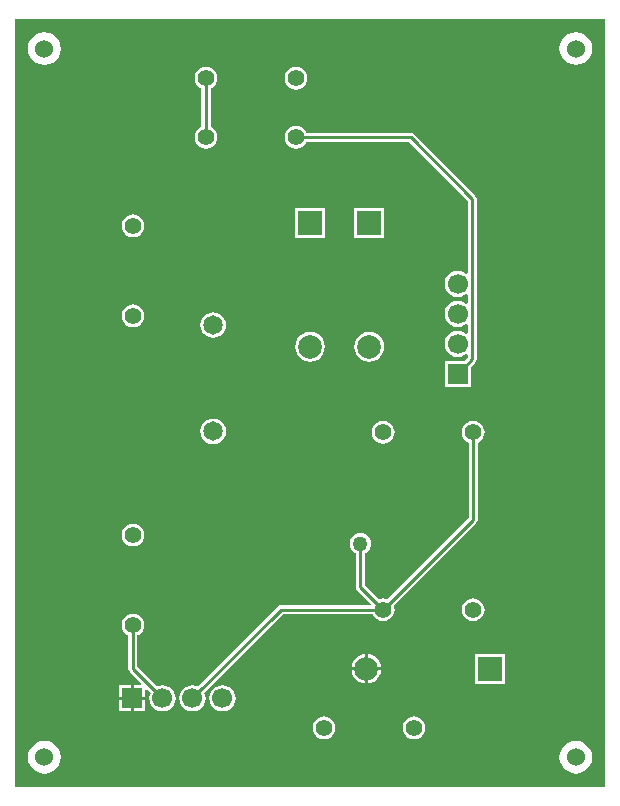
<source format=gbl>
G04 Layer_Physical_Order=2*
G04 Layer_Color=16711680*
%FSLAX25Y25*%
%MOIN*%
G70*
G01*
G75*
%ADD18C,0.01000*%
%ADD19R,0.06693X0.06693*%
%ADD20C,0.06693*%
%ADD21R,0.06693X0.06693*%
%ADD22C,0.06000*%
%ADD23C,0.06496*%
%ADD24R,0.07874X0.07874*%
%ADD25C,0.07874*%
%ADD26C,0.05512*%
%ADD27R,0.07874X0.07874*%
%ADD28C,0.05000*%
G36*
X314961Y88583D02*
X118110D01*
Y344488D01*
X314961D01*
Y88583D01*
D02*
G37*
%LPC*%
G36*
X234815Y127453D02*
X230401D01*
X230505Y126664D01*
X231002Y125463D01*
X231794Y124432D01*
X232825Y123640D01*
X234026Y123143D01*
X234815Y123039D01*
Y127453D01*
D02*
G37*
G36*
X281433Y132890D02*
X271559D01*
Y123016D01*
X281433D01*
Y132890D01*
D02*
G37*
G36*
X156823Y122457D02*
X152977D01*
Y118610D01*
X156823D01*
Y122457D01*
D02*
G37*
G36*
X240229Y127453D02*
X235815D01*
Y123039D01*
X236604Y123143D01*
X237805Y123640D01*
X238836Y124432D01*
X239628Y125463D01*
X240125Y126664D01*
X240229Y127453D01*
D02*
G37*
G36*
X270905Y151426D02*
X269925Y151297D01*
X269011Y150919D01*
X268227Y150317D01*
X267625Y149532D01*
X267246Y148618D01*
X267117Y147638D01*
X267246Y146657D01*
X267625Y145744D01*
X268227Y144959D01*
X269011Y144357D01*
X269925Y143979D01*
X270905Y143850D01*
X271886Y143979D01*
X272800Y144357D01*
X273584Y144959D01*
X274186Y145744D01*
X274565Y146657D01*
X274694Y147638D01*
X274565Y148618D01*
X274186Y149532D01*
X273584Y150317D01*
X272800Y150919D01*
X271886Y151297D01*
X270905Y151426D01*
D02*
G37*
G36*
X235815Y132867D02*
Y128453D01*
X240229D01*
X240125Y129242D01*
X239628Y130443D01*
X238836Y131474D01*
X237805Y132265D01*
X236604Y132763D01*
X235815Y132867D01*
D02*
G37*
G36*
X234815D02*
X234026Y132763D01*
X232825Y132265D01*
X231794Y131474D01*
X231002Y130443D01*
X230505Y129242D01*
X230401Y128453D01*
X234815D01*
Y132867D01*
D02*
G37*
G36*
X161670Y117610D02*
X157823D01*
Y113764D01*
X161670D01*
Y117610D01*
D02*
G37*
G36*
X221220Y112056D02*
X220240Y111927D01*
X219326Y111549D01*
X218542Y110947D01*
X217940Y110162D01*
X217561Y109248D01*
X217432Y108268D01*
X217561Y107287D01*
X217940Y106374D01*
X218542Y105589D01*
X219326Y104987D01*
X220240Y104609D01*
X221220Y104480D01*
X222201Y104609D01*
X223115Y104987D01*
X223899Y105589D01*
X224501Y106374D01*
X224880Y107287D01*
X225009Y108268D01*
X224880Y109248D01*
X224501Y110162D01*
X223899Y110947D01*
X223115Y111549D01*
X222201Y111927D01*
X221220Y112056D01*
D02*
G37*
G36*
X305118Y103901D02*
X303701Y103715D01*
X302380Y103167D01*
X301246Y102297D01*
X300376Y101163D01*
X299829Y99843D01*
X299642Y98425D01*
X299829Y97008D01*
X300376Y95687D01*
X301246Y94553D01*
X302380Y93683D01*
X303701Y93136D01*
X305118Y92949D01*
X306536Y93136D01*
X307856Y93683D01*
X308990Y94553D01*
X309860Y95687D01*
X310408Y97008D01*
X310594Y98425D01*
X310408Y99843D01*
X309860Y101163D01*
X308990Y102297D01*
X307856Y103167D01*
X306536Y103715D01*
X305118Y103901D01*
D02*
G37*
G36*
X127953D02*
X126535Y103715D01*
X125215Y103167D01*
X124081Y102297D01*
X123211Y101163D01*
X122663Y99843D01*
X122477Y98425D01*
X122663Y97008D01*
X123211Y95687D01*
X124081Y94553D01*
X125215Y93683D01*
X126535Y93136D01*
X127953Y92949D01*
X129370Y93136D01*
X130691Y93683D01*
X131825Y94553D01*
X132695Y95687D01*
X133242Y97008D01*
X133429Y98425D01*
X133242Y99843D01*
X132695Y101163D01*
X131825Y102297D01*
X130691Y103167D01*
X129370Y103715D01*
X127953Y103901D01*
D02*
G37*
G36*
X251220Y112056D02*
X250240Y111927D01*
X249326Y111549D01*
X248542Y110947D01*
X247940Y110162D01*
X247561Y109248D01*
X247432Y108268D01*
X247561Y107287D01*
X247940Y106374D01*
X248542Y105589D01*
X249326Y104987D01*
X250240Y104609D01*
X251220Y104480D01*
X252201Y104609D01*
X253115Y104987D01*
X253899Y105589D01*
X254501Y106374D01*
X254880Y107287D01*
X255009Y108268D01*
X254880Y109248D01*
X254501Y110162D01*
X253899Y110947D01*
X253115Y111549D01*
X252201Y111927D01*
X251220Y112056D01*
D02*
G37*
G36*
X156823Y117610D02*
X152977D01*
Y113764D01*
X156823D01*
Y117610D01*
D02*
G37*
G36*
X187323Y122494D02*
X186188Y122345D01*
X185131Y121907D01*
X184223Y121210D01*
X183526Y120302D01*
X183088Y119245D01*
X182939Y118110D01*
X183088Y116975D01*
X183526Y115918D01*
X184223Y115010D01*
X185131Y114314D01*
X186188Y113876D01*
X187323Y113726D01*
X188458Y113876D01*
X189515Y114314D01*
X190423Y115010D01*
X191120Y115918D01*
X191558Y116975D01*
X191707Y118110D01*
X191558Y119245D01*
X191120Y120302D01*
X190423Y121210D01*
X189515Y121907D01*
X188458Y122345D01*
X187323Y122494D01*
D02*
G37*
G36*
X157480Y146269D02*
X156500Y146140D01*
X155586Y145761D01*
X154802Y145159D01*
X154200Y144375D01*
X153821Y143461D01*
X153692Y142480D01*
X153821Y141500D01*
X154200Y140586D01*
X154802Y139802D01*
X155586Y139200D01*
X155951Y139049D01*
Y127953D01*
X156067Y127367D01*
X156399Y126871D01*
X160352Y122919D01*
X160160Y122457D01*
X157823D01*
Y118610D01*
X161670D01*
Y120948D01*
X162131Y121139D01*
X163363Y119907D01*
X163088Y119245D01*
X162939Y118110D01*
X163088Y116975D01*
X163526Y115918D01*
X164223Y115010D01*
X165131Y114314D01*
X166188Y113876D01*
X167323Y113726D01*
X168458Y113876D01*
X169515Y114314D01*
X170423Y115010D01*
X171120Y115918D01*
X171558Y116975D01*
X171707Y118110D01*
X171558Y119245D01*
X171120Y120302D01*
X170423Y121210D01*
X169515Y121907D01*
X168458Y122345D01*
X167323Y122494D01*
X166188Y122345D01*
X165526Y122070D01*
X159010Y128586D01*
Y139049D01*
X159375Y139200D01*
X160159Y139802D01*
X160761Y140586D01*
X161140Y141500D01*
X161269Y142480D01*
X161140Y143461D01*
X160761Y144375D01*
X160159Y145159D01*
X159375Y145761D01*
X158461Y146140D01*
X157480Y146269D01*
D02*
G37*
G36*
X221472Y281433D02*
X211598D01*
Y271559D01*
X221472D01*
Y281433D01*
D02*
G37*
G36*
X157480Y279379D02*
X156500Y279250D01*
X155586Y278871D01*
X154802Y278269D01*
X154200Y277485D01*
X153821Y276571D01*
X153692Y275591D01*
X153821Y274610D01*
X154200Y273696D01*
X154802Y272912D01*
X155586Y272310D01*
X156500Y271931D01*
X157480Y271802D01*
X158461Y271931D01*
X159375Y272310D01*
X160159Y272912D01*
X160761Y273696D01*
X161140Y274610D01*
X161269Y275591D01*
X161140Y276571D01*
X160761Y277485D01*
X160159Y278269D01*
X159375Y278871D01*
X158461Y279250D01*
X157480Y279379D01*
D02*
G37*
G36*
X211850Y308907D02*
X210870Y308777D01*
X209956Y308399D01*
X209172Y307797D01*
X208570Y307012D01*
X208191Y306099D01*
X208062Y305118D01*
X208191Y304138D01*
X208570Y303224D01*
X209172Y302439D01*
X209956Y301837D01*
X210870Y301459D01*
X211850Y301330D01*
X212831Y301459D01*
X213745Y301837D01*
X214529Y302439D01*
X215131Y303224D01*
X215282Y303589D01*
X249448D01*
X269071Y283966D01*
Y259780D01*
X268571Y259533D01*
X267940Y260017D01*
X266883Y260455D01*
X265748Y260604D01*
X264613Y260455D01*
X263556Y260017D01*
X262648Y259320D01*
X261951Y258412D01*
X261513Y257355D01*
X261364Y256220D01*
X261513Y255086D01*
X261951Y254028D01*
X262648Y253120D01*
X263556Y252424D01*
X264613Y251986D01*
X265748Y251836D01*
X266883Y251986D01*
X267940Y252424D01*
X268571Y252908D01*
X269071Y252661D01*
Y249780D01*
X268571Y249533D01*
X267940Y250017D01*
X266883Y250455D01*
X265748Y250604D01*
X264613Y250455D01*
X263556Y250017D01*
X262648Y249320D01*
X261951Y248412D01*
X261513Y247355D01*
X261364Y246220D01*
X261513Y245086D01*
X261951Y244028D01*
X262648Y243121D01*
X263556Y242424D01*
X264613Y241986D01*
X265748Y241836D01*
X266883Y241986D01*
X267940Y242424D01*
X268571Y242908D01*
X269071Y242661D01*
Y239780D01*
X268571Y239533D01*
X267940Y240017D01*
X266883Y240455D01*
X265748Y240604D01*
X264613Y240455D01*
X263556Y240017D01*
X262648Y239320D01*
X261951Y238412D01*
X261513Y237355D01*
X261364Y236220D01*
X261513Y235086D01*
X261951Y234028D01*
X262648Y233120D01*
X263556Y232424D01*
X264613Y231986D01*
X265748Y231836D01*
X266883Y231986D01*
X267940Y232424D01*
X268571Y232908D01*
X269071Y232661D01*
Y231706D01*
X267932Y230567D01*
X261402D01*
Y221874D01*
X270094D01*
Y228404D01*
X271681Y229991D01*
X272013Y230487D01*
X272129Y231072D01*
Y284600D01*
X272013Y285185D01*
X271681Y285681D01*
X251163Y306200D01*
X250667Y306531D01*
X250082Y306648D01*
X215282D01*
X215131Y307012D01*
X214529Y307797D01*
X213745Y308399D01*
X212831Y308777D01*
X211850Y308907D01*
D02*
G37*
G36*
X241157Y281433D02*
X231283D01*
Y271559D01*
X241157D01*
Y281433D01*
D02*
G37*
G36*
X127953Y340122D02*
X126535Y339935D01*
X125215Y339388D01*
X124081Y338518D01*
X123211Y337384D01*
X122663Y336063D01*
X122477Y334646D01*
X122663Y333228D01*
X123211Y331908D01*
X124081Y330773D01*
X125215Y329903D01*
X126535Y329356D01*
X127953Y329170D01*
X129370Y329356D01*
X130691Y329903D01*
X131825Y330773D01*
X132695Y331908D01*
X133242Y333228D01*
X133429Y334646D01*
X133242Y336063D01*
X132695Y337384D01*
X131825Y338518D01*
X130691Y339388D01*
X129370Y339935D01*
X127953Y340122D01*
D02*
G37*
G36*
X305118D02*
X303701Y339935D01*
X302380Y339388D01*
X301246Y338518D01*
X300376Y337384D01*
X299829Y336063D01*
X299642Y334646D01*
X299829Y333228D01*
X300376Y331908D01*
X301246Y330773D01*
X302380Y329903D01*
X303701Y329356D01*
X305118Y329170D01*
X306536Y329356D01*
X307856Y329903D01*
X308990Y330773D01*
X309860Y331908D01*
X310408Y333228D01*
X310594Y334646D01*
X310408Y336063D01*
X309860Y337384D01*
X308990Y338518D01*
X307856Y339388D01*
X306536Y339935D01*
X305118Y340122D01*
D02*
G37*
G36*
X181850Y328591D02*
X180870Y328462D01*
X179956Y328084D01*
X179172Y327482D01*
X178570Y326697D01*
X178191Y325784D01*
X178062Y324803D01*
X178191Y323823D01*
X178570Y322909D01*
X179172Y322125D01*
X179956Y321522D01*
X180321Y321371D01*
Y308550D01*
X179956Y308399D01*
X179172Y307797D01*
X178570Y307012D01*
X178191Y306099D01*
X178062Y305118D01*
X178191Y304138D01*
X178570Y303224D01*
X179172Y302439D01*
X179956Y301837D01*
X180870Y301459D01*
X181850Y301330D01*
X182831Y301459D01*
X183745Y301837D01*
X184529Y302439D01*
X185131Y303224D01*
X185510Y304138D01*
X185639Y305118D01*
X185510Y306099D01*
X185131Y307012D01*
X184529Y307797D01*
X183745Y308399D01*
X183380Y308550D01*
Y321371D01*
X183745Y321522D01*
X184529Y322125D01*
X185131Y322909D01*
X185510Y323823D01*
X185639Y324803D01*
X185510Y325784D01*
X185131Y326697D01*
X184529Y327482D01*
X183745Y328084D01*
X182831Y328462D01*
X181850Y328591D01*
D02*
G37*
G36*
X211850D02*
X210870Y328462D01*
X209956Y328084D01*
X209172Y327482D01*
X208570Y326697D01*
X208191Y325784D01*
X208062Y324803D01*
X208191Y323823D01*
X208570Y322909D01*
X209172Y322125D01*
X209956Y321522D01*
X210870Y321144D01*
X211850Y321015D01*
X212831Y321144D01*
X213745Y321522D01*
X214529Y322125D01*
X215131Y322909D01*
X215510Y323823D01*
X215639Y324803D01*
X215510Y325784D01*
X215131Y326697D01*
X214529Y327482D01*
X213745Y328084D01*
X212831Y328462D01*
X211850Y328591D01*
D02*
G37*
G36*
X184240Y211340D02*
X183131Y211194D01*
X182098Y210766D01*
X181210Y210085D01*
X180529Y209197D01*
X180102Y208164D01*
X179955Y207055D01*
X180102Y205946D01*
X180529Y204913D01*
X181210Y204026D01*
X182098Y203345D01*
X183131Y202917D01*
X184240Y202770D01*
X185349Y202917D01*
X186382Y203345D01*
X187270Y204026D01*
X187951Y204913D01*
X188379Y205946D01*
X188525Y207055D01*
X188379Y208164D01*
X187951Y209197D01*
X187270Y210085D01*
X186382Y210766D01*
X185349Y211194D01*
X184240Y211340D01*
D02*
G37*
G36*
X240905Y210481D02*
X239925Y210352D01*
X239011Y209974D01*
X238227Y209371D01*
X237625Y208587D01*
X237246Y207673D01*
X237117Y206693D01*
X237246Y205712D01*
X237625Y204799D01*
X238227Y204014D01*
X239011Y203412D01*
X239925Y203034D01*
X240905Y202905D01*
X241886Y203034D01*
X242800Y203412D01*
X243584Y204014D01*
X244186Y204799D01*
X244565Y205712D01*
X244694Y206693D01*
X244565Y207673D01*
X244186Y208587D01*
X243584Y209371D01*
X242800Y209974D01*
X241886Y210352D01*
X240905Y210481D01*
D02*
G37*
G36*
X270905D02*
X269925Y210352D01*
X269011Y209974D01*
X268227Y209371D01*
X267625Y208587D01*
X267246Y207673D01*
X267117Y206693D01*
X267246Y205712D01*
X267625Y204799D01*
X268227Y204014D01*
X269011Y203412D01*
X269376Y203261D01*
Y178271D01*
X242251Y151146D01*
X241886Y151297D01*
X240905Y151426D01*
X239925Y151297D01*
X239560Y151146D01*
X234829Y155877D01*
Y166510D01*
X235065Y166608D01*
X235796Y167169D01*
X236357Y167900D01*
X236710Y168752D01*
X236830Y169665D01*
X236710Y170579D01*
X236357Y171431D01*
X235796Y172162D01*
X235065Y172723D01*
X234214Y173075D01*
X233300Y173196D01*
X232386Y173075D01*
X231535Y172723D01*
X230804Y172162D01*
X230243Y171431D01*
X229890Y170579D01*
X229770Y169665D01*
X229890Y168752D01*
X230243Y167900D01*
X230804Y167169D01*
X231535Y166608D01*
X231771Y166510D01*
Y155243D01*
X231887Y154658D01*
X232219Y154162D01*
X236751Y149629D01*
X236560Y149167D01*
X206851D01*
X206265Y149051D01*
X205769Y148719D01*
X179120Y122070D01*
X178458Y122345D01*
X177323Y122494D01*
X176188Y122345D01*
X175131Y121907D01*
X174223Y121210D01*
X173526Y120302D01*
X173088Y119245D01*
X172939Y118110D01*
X173088Y116975D01*
X173526Y115918D01*
X174223Y115010D01*
X175131Y114314D01*
X176188Y113876D01*
X177323Y113726D01*
X178458Y113876D01*
X179515Y114314D01*
X180423Y115010D01*
X181120Y115918D01*
X181558Y116975D01*
X181707Y118110D01*
X181558Y119245D01*
X181283Y119907D01*
X207484Y146108D01*
X237474D01*
X237625Y145744D01*
X238227Y144959D01*
X239011Y144357D01*
X239925Y143979D01*
X240905Y143850D01*
X241886Y143979D01*
X242800Y144357D01*
X243584Y144959D01*
X244186Y145744D01*
X244565Y146657D01*
X244694Y147638D01*
X244565Y148618D01*
X244413Y148983D01*
X271987Y176556D01*
X272318Y177052D01*
X272435Y177638D01*
Y203261D01*
X272800Y203412D01*
X273584Y204014D01*
X274186Y204799D01*
X274565Y205712D01*
X274694Y206693D01*
X274565Y207673D01*
X274186Y208587D01*
X273584Y209371D01*
X272800Y209974D01*
X271886Y210352D01*
X270905Y210481D01*
D02*
G37*
G36*
X157480Y176269D02*
X156500Y176140D01*
X155586Y175761D01*
X154802Y175159D01*
X154200Y174375D01*
X153821Y173461D01*
X153692Y172480D01*
X153821Y171500D01*
X154200Y170586D01*
X154802Y169802D01*
X155586Y169200D01*
X156500Y168821D01*
X157480Y168692D01*
X158461Y168821D01*
X159375Y169200D01*
X160159Y169802D01*
X160761Y170586D01*
X161140Y171500D01*
X161269Y172480D01*
X161140Y173461D01*
X160761Y174375D01*
X160159Y175159D01*
X159375Y175761D01*
X158461Y176140D01*
X157480Y176269D01*
D02*
G37*
G36*
X184240Y246773D02*
X183131Y246627D01*
X182098Y246199D01*
X181210Y245518D01*
X180529Y244631D01*
X180102Y243597D01*
X179955Y242488D01*
X180102Y241379D01*
X180529Y240346D01*
X181210Y239459D01*
X182098Y238778D01*
X183131Y238350D01*
X184240Y238204D01*
X185349Y238350D01*
X186382Y238778D01*
X187270Y239459D01*
X187951Y240346D01*
X188379Y241379D01*
X188525Y242488D01*
X188379Y243597D01*
X187951Y244631D01*
X187270Y245518D01*
X186382Y246199D01*
X185349Y246627D01*
X184240Y246773D01*
D02*
G37*
G36*
X157480Y249379D02*
X156500Y249250D01*
X155586Y248871D01*
X154802Y248269D01*
X154200Y247485D01*
X153821Y246571D01*
X153692Y245591D01*
X153821Y244610D01*
X154200Y243696D01*
X154802Y242912D01*
X155586Y242310D01*
X156500Y241931D01*
X157480Y241802D01*
X158461Y241931D01*
X159375Y242310D01*
X160159Y242912D01*
X160761Y243696D01*
X161140Y244610D01*
X161269Y245591D01*
X161140Y246571D01*
X160761Y247485D01*
X160159Y248269D01*
X159375Y248871D01*
X158461Y249250D01*
X157480Y249379D01*
D02*
G37*
G36*
X236220Y240294D02*
X234932Y240125D01*
X233731Y239627D01*
X232699Y238836D01*
X231908Y237805D01*
X231411Y236604D01*
X231241Y235315D01*
X231411Y234026D01*
X231908Y232825D01*
X232699Y231794D01*
X233731Y231002D01*
X234932Y230505D01*
X236220Y230335D01*
X237509Y230505D01*
X238710Y231002D01*
X239741Y231794D01*
X240533Y232825D01*
X241030Y234026D01*
X241200Y235315D01*
X241030Y236604D01*
X240533Y237805D01*
X239741Y238836D01*
X238710Y239627D01*
X237509Y240125D01*
X236220Y240294D01*
D02*
G37*
G36*
X216535Y240295D02*
X215247Y240125D01*
X214046Y239628D01*
X213014Y238836D01*
X212223Y237805D01*
X211725Y236604D01*
X211556Y235315D01*
X211725Y234026D01*
X212223Y232825D01*
X213014Y231794D01*
X214046Y231002D01*
X215247Y230505D01*
X216535Y230335D01*
X217824Y230505D01*
X219025Y231002D01*
X220057Y231794D01*
X220848Y232825D01*
X221345Y234026D01*
X221515Y235315D01*
X221345Y236604D01*
X220848Y237805D01*
X220057Y238836D01*
X219025Y239628D01*
X217824Y240125D01*
X216535Y240295D01*
D02*
G37*
%LPD*%
D18*
X233300Y155243D02*
Y169665D01*
Y155243D02*
X240905Y147638D01*
X265748Y226220D02*
X270600Y231072D01*
Y284600D01*
X250082Y305118D02*
X270600Y284600D01*
X211850Y305118D02*
X250082D01*
X157480Y127953D02*
Y142480D01*
Y127953D02*
X167323Y118110D01*
X206851Y147638D02*
X240905D01*
X177323Y118110D02*
X206851Y147638D01*
X240905D02*
X270905Y177638D01*
Y206693D01*
X181850Y305118D02*
Y324803D01*
D19*
X157323Y118110D02*
D03*
D20*
X167323D02*
D03*
X177323D02*
D03*
X187323D02*
D03*
X265748Y236220D02*
D03*
Y246220D02*
D03*
Y256220D02*
D03*
D21*
Y226220D02*
D03*
D22*
X305118Y334646D02*
D03*
Y98425D02*
D03*
X127953D02*
D03*
Y334646D02*
D03*
D23*
X184240Y207055D02*
D03*
Y242488D02*
D03*
D24*
X216535Y276496D02*
D03*
X236220Y276496D02*
D03*
D25*
X216535Y235315D02*
D03*
X236220Y235315D02*
D03*
X235315Y127953D02*
D03*
D26*
X157480Y275591D02*
D03*
Y245591D02*
D03*
Y172480D02*
D03*
Y142480D02*
D03*
X181850Y324803D02*
D03*
X211850D02*
D03*
X181850Y305118D02*
D03*
X211850D02*
D03*
X221220Y108268D02*
D03*
X251220D02*
D03*
X270905Y147638D02*
D03*
X240905D02*
D03*
X270905Y206693D02*
D03*
X240905D02*
D03*
D27*
X276496Y127953D02*
D03*
D28*
X233300Y169665D02*
D03*
M02*

</source>
